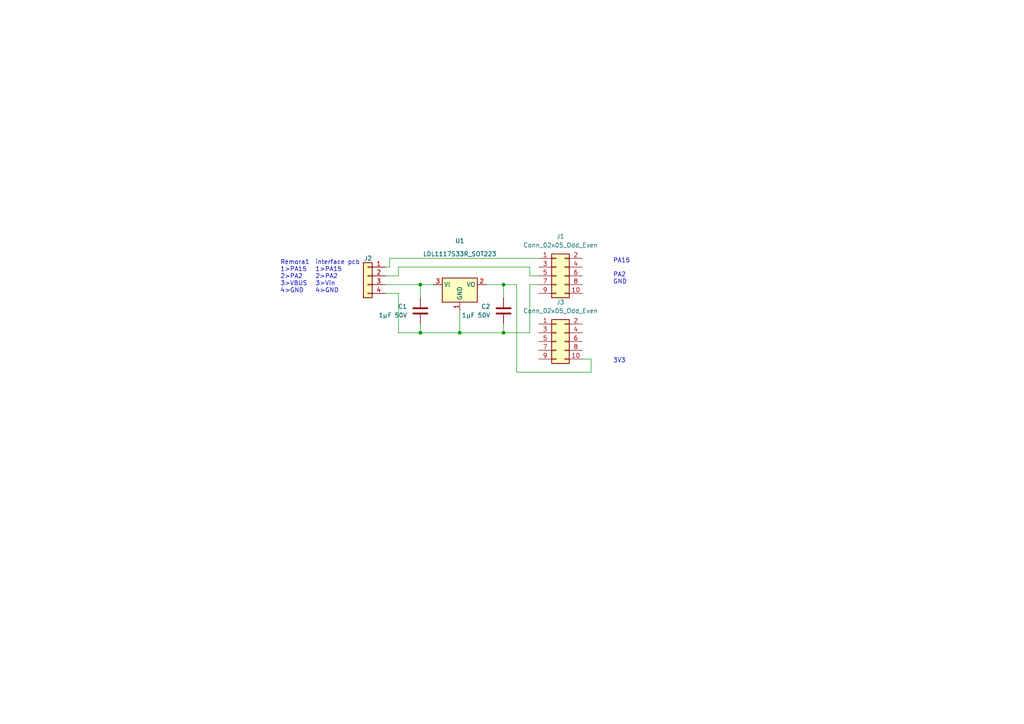
<source format=kicad_sch>
(kicad_sch (version 20231120) (generator "eeschema") (generator_version "8.0")
  (paper "A4")
  (lib_symbols
    (symbol "Connector_Generic:Conn_02x05_Odd_Even" (pin_names (offset 1.016) hide)
      (property "Reference" "J" (at 1.27 7.62 0))
      (property "Value" "Conn_02x05_Odd_Even" (at 1.27 -7.62 0))
      (symbol "Conn_02x05_Odd_Even_1_1"
        (rectangle (start -1.27 -4.953) (end 0 -5.207) (stroke (width 0.1524)))
        (rectangle (start -1.27 -2.413) (end 0 -2.667) (stroke (width 0.1524)))
        (rectangle (start -1.27 0.127) (end 0 -0.127) (stroke (width 0.1524)))
        (rectangle (start -1.27 2.667) (end 0 2.413) (stroke (width 0.1524)))
        (rectangle (start -1.27 5.207) (end 0 4.953) (stroke (width 0.1524)))
        (rectangle (start -1.27 6.35) (end 3.81 -6.35) (stroke (width 0.254)) (fill (type background)))
        (rectangle (start 3.81 -4.953) (end 2.54 -5.207) (stroke (width 0.1524)))
        (rectangle (start 3.81 -2.413) (end 2.54 -2.667) (stroke (width 0.1524)))
        (rectangle (start 3.81 0.127) (end 2.54 -0.127) (stroke (width 0.1524)))
        (rectangle (start 3.81 2.667) (end 2.54 2.413) (stroke (width 0.1524)))
        (rectangle (start 3.81 5.207) (end 2.54 4.953) (stroke (width 0.1524)))
        (pin passive line (at -5.08 5.08 0) (length 3.81) (name "Pin_1") (number "1"))
        (pin passive line (at 7.62 -5.08 180) (length 3.81) (name "Pin_10") (number "10"))
        (pin passive line (at 7.62 5.08 180) (length 3.81) (name "Pin_2") (number "2"))
        (pin passive line (at -5.08 2.54 0) (length 3.81) (name "Pin_3") (number "3"))
        (pin passive line (at 7.62 2.54 180) (length 3.81) (name "Pin_4") (number "4"))
        (pin passive line (at -5.08 0 0) (length 3.81) (name "Pin_5") (number "5"))
        (pin passive line (at 7.62 0 180) (length 3.81) (name "Pin_6") (number "6"))
        (pin passive line (at -5.08 -2.54 0) (length 3.81) (name "Pin_7") (number "7"))
        (pin passive line (at 7.62 -2.54 180) (length 3.81) (name "Pin_8") (number "8"))
        (pin passive line (at -5.08 -5.08 0) (length 3.81) (name "Pin_9") (number "9"))
      )
    )
    (symbol "Device:C" (pin_numbers hide) (pin_names (offset 0.254))
      (property "Reference" "C" (at 0.635 2.54 0))
      (property "Value" "C" (at 0.635 -2.54 0))
      (symbol "C_0_1"
        (polyline (pts (xy -2.032 -0.762) (xy 2.032 -0.762)) (stroke (width 0.508)))
        (polyline (pts (xy -2.032 0.762) (xy 2.032 0.762)) (stroke (width 0.508)))
      )
      (symbol "C_1_1"
        (pin passive line (at 0 3.81 270) (length 2.794) (name "~") (number "1"))
        (pin passive line (at 0 -3.81 90) (length 2.794) (name "~") (number "2"))
      )
    )
    (symbol "LibProj:Conn_01x04" (pin_names (offset 1.016) hide)
      (property "Reference" "J" (at 0 5.08 0))
      (property "Value" "Conn_01x04" (at 0 -7.62 0))
      (symbol "Conn_01x04_1_1"
        (rectangle (start -1.27 -4.953) (end 0 -5.207) (stroke (width 0.1524)))
        (rectangle (start -1.27 -2.413) (end 0 -2.667) (stroke (width 0.1524)))
        (rectangle (start -1.27 0.127) (end 0 -0.127) (stroke (width 0.1524)))
        (rectangle (start -1.27 2.667) (end 0 2.413) (stroke (width 0.1524)))
        (rectangle (start -1.27 3.81) (end 1.27 -6.35) (stroke (width 0.254)) (fill (type background)))
        (pin passive line (at -5.08 2.54 0) (length 3.81) (name "Pin_1") (number "1"))
        (pin passive line (at -5.08 0 0) (length 3.81) (name "Pin_2") (number "2"))
        (pin passive line (at -5.08 -2.54 0) (length 3.81) (name "Pin_3") (number "3"))
        (pin passive line (at -5.08 -5.08 0) (length 3.81) (name "Pin_4") (number "4"))
      )
    )
    (symbol "Regulator_Linear:LD1117S33TR_SOT223"
      (property "Reference" "U" (at -3.81 3.175 0))
      (property "Value" "LD1117S33TR_SOT223" (at 0 3.175 0))
      (symbol "LD1117S33TR_SOT223_0_1"
        (rectangle (start -5.08 -5.08) (end 5.08 1.905) (stroke (width 0.254)) (fill (type background)))
      )
      (symbol "LD1117S33TR_SOT223_1_1"
        (pin power_in line (at 0 -7.62 90) (length 2.54) (name "GND") (number "1"))
        (pin power_out line (at 7.62 0 180) (length 2.54) (name "VO") (number "2"))
        (pin power_in line (at -7.62 0 0) (length 2.54) (name "VI") (number "3"))
      )
    )
  )
  (junction (at 121.92 82.55))
  (junction (at 121.92 96.52))
  (junction (at 133.35 96.52))
  (junction (at 146.05 82.55))
  (junction (at 146.05 96.52))
  (wire (pts (xy 149.86 107.95) (xy 171.45 107.95)))
  (wire (pts (xy 149.86 82.55) (xy 149.86 107.95)))
  (wire (pts (xy 121.92 82.55) (xy 125.73 82.55)))
  (wire (pts (xy 113.03 77.47) (xy 113.03 74.93)))
  (wire (pts (xy 111.76 82.55) (xy 121.92 82.55)))
  (wire (pts (xy 115.57 77.47) (xy 115.57 80.01)))
  (wire (pts (xy 133.35 90.17) (xy 133.35 96.52)))
  (wire (pts (xy 171.45 107.95) (xy 171.45 104.14)))
  (wire (pts (xy 133.35 96.52) (xy 146.05 96.52)))
  (wire (pts (xy 115.57 77.47) (xy 153.67 77.47)))
  (wire (pts (xy 146.05 86.36) (xy 146.05 82.55)))
  (wire (pts (xy 153.67 80.01) (xy 156.21 80.01)))
  (wire (pts (xy 111.76 77.47) (xy 113.03 77.47)))
  (wire (pts (xy 121.92 96.52) (xy 115.57 96.52)))
  (wire (pts (xy 146.05 96.52) (xy 153.67 96.52)))
  (wire (pts (xy 115.57 96.52) (xy 115.57 85.09)))
  (wire (pts (xy 140.97 82.55) (xy 146.05 82.55)))
  (wire (pts (xy 156.21 82.55) (xy 153.67 82.55)))
  (wire (pts (xy 133.35 96.52) (xy 121.92 96.52)))
  (wire (pts (xy 153.67 82.55) (xy 153.67 96.52)))
  (wire (pts (xy 146.05 93.98) (xy 146.05 96.52)))
  (wire (pts (xy 121.92 93.98) (xy 121.92 96.52)))
  (wire (pts (xy 171.45 104.14) (xy 168.91 104.14)))
  (wire (pts (xy 113.03 74.93) (xy 156.21 74.93)))
  (wire (pts (xy 121.92 86.36) (xy 121.92 82.55)))
  (wire (pts (xy 111.76 80.01) (xy 115.57 80.01)))
  (wire (pts (xy 153.67 77.47) (xy 153.67 80.01)))
  (wire (pts (xy 111.76 85.09) (xy 115.57 85.09)))
  (wire (pts (xy 146.05 82.55) (xy 149.86 82.55)))
  (text "3V3" (at 177.8 105.41 0) (effects (font (size 1.27 1.27)) (justify left bottom)))
  (text "interface pcb\n1>PA15\n2>PA2\n3>Vin\n4>GND" (at 91.44 85.09 0) (effects (font (size 1.27 1.27)) (justify left bottom)))
  (text "Remora1\n1>PA15\n2>PA2\n3>VBUS\n4>GND" (at 81.28 85.09 0) (effects (font (size 1.27 1.27)) (justify left bottom)))
  (text "PA15\n\nPA2\nGND" (at 177.8 82.55 0) (effects (font (size 1.27 1.27)) (justify left bottom)))
  (symbol (lib_id "Device:C") (at 146.05 90.17 0) (mirror y) (unit 1)
    (property "Reference" "C2" (at 142.24 88.9 0) (effects (justify left)))
    (property "Value" "1µF 50V" (at 142.24 91.44 0) (effects (justify left)))
    (property "Footprint" "Capacitor_SMD:C_0603_1608Metric" (effects (hide yes)))
    (property "JLCPCB" "C15849" (effects (hide yes)))
  )
  (symbol (lib_id "Connector_Generic:Conn_02x05_Odd_Even") (at 161.29 80.01 0) (unit 1)
    (property "Reference" "J1" (at 162.56 68.58 0))
    (property "Value" "Conn_02x05_Odd_Even" (at 162.56 71.12 0))
    (property "Footprint" "Footprints:C843271_PinSocket_2x05_P2.54mm_Vertical_SMD_OddEven" (effects (hide yes)))
    (property "JLCPCB" "C843271" (effects (hide yes)))
  )
  (symbol (lib_id "LibProj:Conn_01x04") (at 106.68 80.01 0) (mirror y) (unit 1)
    (property "Reference" "J2" (at 107.95 74.93 0) (effects (justify left)))
    (property "Value" "Conn_01x04" (effects (hide yes)))
    (property "Footprint" "Footprints:HDG 1x04 P0.6 Horizontal" (effects (hide yes)))
    (property "JLCPCB" "C3008763" (effects (hide yes)))
  )
  (symbol (lib_id "Device:C") (at 121.92 90.17 0) (mirror y) (unit 1)
    (property "Reference" "C1" (at 118.11 88.9 0) (effects (justify left)))
    (property "Value" "1µF 50V" (at 118.11 91.44 0) (effects (justify left)))
    (property "Footprint" "Capacitor_SMD:C_0603_1608Metric" (effects (hide yes)))
    (property "JLCPCB" "C15849" (effects (hide yes)))
  )
  (symbol (lib_id "Regulator_Linear:LD1117S33TR_SOT223") (at 133.35 82.55 0) (unit 1)
    (property "Reference" "U1" (at 133.35 69.85 0))
    (property "Value" "LDL1117S33R_SOT223" (at 133.35 73.66 0))
    (property "Footprint" "Package_TO_SOT_SMD:SOT-223-3_TabPin2" (effects (hide yes)))
    (property "Datasheet" "https://www.st.com/en/power-management/ldl1117.html" (effects (hide yes)))
    (property "JLCPCB" "C435835" (effects (hide yes)))
  )
  (symbol (lib_id "Connector_Generic:Conn_02x05_Odd_Even") (at 161.29 99.06 0) (unit 1)
    (property "Reference" "J3" (at 162.56 87.63 0))
    (property "Value" "Conn_02x05_Odd_Even" (at 162.56 90.17 0))
    (property "Footprint" "Footprints:C843271_PinSocket_2x05_P2.54mm_Vertical_SMD_OddEven" (effects (hide yes)))
    (property "JLCPCB" "C843271" (effects (hide yes)))
  )
)
</source>
